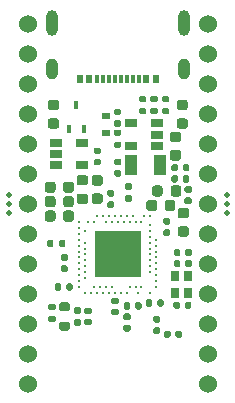
<source format=gbr>
%TF.GenerationSoftware,KiCad,Pcbnew,(5.1.9)-1*%
%TF.CreationDate,2021-05-18T22:21:05+08:00*%
%TF.ProjectId,mikoto,6d696b6f-746f-42e6-9b69-6361645f7063,rev?*%
%TF.SameCoordinates,Original*%
%TF.FileFunction,Soldermask,Top*%
%TF.FilePolarity,Negative*%
%FSLAX46Y46*%
G04 Gerber Fmt 4.6, Leading zero omitted, Abs format (unit mm)*
G04 Created by KiCad (PCBNEW (5.1.9)-1) date 2021-05-18 22:21:05*
%MOMM*%
%LPD*%
G01*
G04 APERTURE LIST*
%ADD10R,1.060000X0.650000*%
%ADD11R,0.450000X0.700000*%
%ADD12R,0.700000X0.600000*%
%ADD13C,1.524000*%
%ADD14C,0.500000*%
%ADD15R,1.000000X1.800000*%
%ADD16R,0.800000X0.900000*%
%ADD17R,0.300000X0.800000*%
%ADD18O,1.000000X2.200000*%
%ADD19O,1.000000X1.800000*%
%ADD20R,0.540000X0.800000*%
%ADD21R,4.000000X4.000000*%
%ADD22C,0.250000*%
G04 APERTURE END LIST*
D10*
%TO.C,U3*%
X-3000000Y5225000D03*
X-3000000Y3325000D03*
X-5200000Y3325000D03*
X-5200000Y4275000D03*
X-5200000Y5225000D03*
%TD*%
D11*
%TO.C,Q2*%
X-3525000Y8400000D03*
X-2875000Y6400000D03*
X-4175000Y6400000D03*
%TD*%
%TO.C,C16*%
G36*
G01*
X5800000Y-1200000D02*
X5300000Y-1200000D01*
G75*
G02*
X5075000Y-975000I0J225000D01*
G01*
X5075000Y-525000D01*
G75*
G02*
X5300000Y-300000I225000J0D01*
G01*
X5800000Y-300000D01*
G75*
G02*
X6025000Y-525000I0J-225000D01*
G01*
X6025000Y-975000D01*
G75*
G02*
X5800000Y-1200000I-225000J0D01*
G01*
G37*
G36*
G01*
X5800000Y-2750000D02*
X5300000Y-2750000D01*
G75*
G02*
X5075000Y-2525000I0J225000D01*
G01*
X5075000Y-2075000D01*
G75*
G02*
X5300000Y-1850000I225000J0D01*
G01*
X5800000Y-1850000D01*
G75*
G02*
X6025000Y-2075000I0J-225000D01*
G01*
X6025000Y-2525000D01*
G75*
G02*
X5800000Y-2750000I-225000J0D01*
G01*
G37*
%TD*%
%TO.C,L4*%
G36*
G01*
X-3256250Y900000D02*
X-2743750Y900000D01*
G75*
G02*
X-2525000Y681250I0J-218750D01*
G01*
X-2525000Y243750D01*
G75*
G02*
X-2743750Y25000I-218750J0D01*
G01*
X-3256250Y25000D01*
G75*
G02*
X-3475000Y243750I0J218750D01*
G01*
X-3475000Y681250D01*
G75*
G02*
X-3256250Y900000I218750J0D01*
G01*
G37*
G36*
G01*
X-3256250Y2475000D02*
X-2743750Y2475000D01*
G75*
G02*
X-2525000Y2256250I0J-218750D01*
G01*
X-2525000Y1818750D01*
G75*
G02*
X-2743750Y1600000I-218750J0D01*
G01*
X-3256250Y1600000D01*
G75*
G02*
X-3475000Y1818750I0J218750D01*
G01*
X-3475000Y2256250D01*
G75*
G02*
X-3256250Y2475000I218750J0D01*
G01*
G37*
%TD*%
%TO.C,C25*%
G36*
G01*
X-2000000Y925000D02*
X-1500000Y925000D01*
G75*
G02*
X-1275000Y700000I0J-225000D01*
G01*
X-1275000Y250000D01*
G75*
G02*
X-1500000Y25000I-225000J0D01*
G01*
X-2000000Y25000D01*
G75*
G02*
X-2225000Y250000I0J225000D01*
G01*
X-2225000Y700000D01*
G75*
G02*
X-2000000Y925000I225000J0D01*
G01*
G37*
G36*
G01*
X-2000000Y2475000D02*
X-1500000Y2475000D01*
G75*
G02*
X-1275000Y2250000I0J-225000D01*
G01*
X-1275000Y1800000D01*
G75*
G02*
X-1500000Y1575000I-225000J0D01*
G01*
X-2000000Y1575000D01*
G75*
G02*
X-2225000Y1800000I0J225000D01*
G01*
X-2225000Y2250000D01*
G75*
G02*
X-2000000Y2475000I225000J0D01*
G01*
G37*
%TD*%
%TO.C,C23*%
G36*
G01*
X-195000Y7120000D02*
X145000Y7120000D01*
G75*
G02*
X285000Y6980000I0J-140000D01*
G01*
X285000Y6700000D01*
G75*
G02*
X145000Y6560000I-140000J0D01*
G01*
X-195000Y6560000D01*
G75*
G02*
X-335000Y6700000I0J140000D01*
G01*
X-335000Y6980000D01*
G75*
G02*
X-195000Y7120000I140000J0D01*
G01*
G37*
G36*
G01*
X-195000Y8080000D02*
X145000Y8080000D01*
G75*
G02*
X285000Y7940000I0J-140000D01*
G01*
X285000Y7660000D01*
G75*
G02*
X145000Y7520000I-140000J0D01*
G01*
X-195000Y7520000D01*
G75*
G02*
X-335000Y7660000I0J140000D01*
G01*
X-335000Y7940000D01*
G75*
G02*
X-195000Y8080000I140000J0D01*
G01*
G37*
%TD*%
%TO.C,D1*%
G36*
G01*
X-5706250Y7270000D02*
X-5193750Y7270000D01*
G75*
G02*
X-4975000Y7051250I0J-218750D01*
G01*
X-4975000Y6613750D01*
G75*
G02*
X-5193750Y6395000I-218750J0D01*
G01*
X-5706250Y6395000D01*
G75*
G02*
X-5925000Y6613750I0J218750D01*
G01*
X-5925000Y7051250D01*
G75*
G02*
X-5706250Y7270000I218750J0D01*
G01*
G37*
G36*
G01*
X-5706250Y8845000D02*
X-5193750Y8845000D01*
G75*
G02*
X-4975000Y8626250I0J-218750D01*
G01*
X-4975000Y8188750D01*
G75*
G02*
X-5193750Y7970000I-218750J0D01*
G01*
X-5706250Y7970000D01*
G75*
G02*
X-5925000Y8188750I0J218750D01*
G01*
X-5925000Y8626250D01*
G75*
G02*
X-5706250Y8845000I218750J0D01*
G01*
G37*
%TD*%
%TO.C,D3*%
G36*
G01*
X5193750Y7270000D02*
X5706250Y7270000D01*
G75*
G02*
X5925000Y7051250I0J-218750D01*
G01*
X5925000Y6613750D01*
G75*
G02*
X5706250Y6395000I-218750J0D01*
G01*
X5193750Y6395000D01*
G75*
G02*
X4975000Y6613750I0J218750D01*
G01*
X4975000Y7051250D01*
G75*
G02*
X5193750Y7270000I218750J0D01*
G01*
G37*
G36*
G01*
X5193750Y8845000D02*
X5706250Y8845000D01*
G75*
G02*
X5925000Y8626250I0J-218750D01*
G01*
X5925000Y8188750D01*
G75*
G02*
X5706250Y7970000I-218750J0D01*
G01*
X5193750Y7970000D01*
G75*
G02*
X4975000Y8188750I0J218750D01*
G01*
X4975000Y8626250D01*
G75*
G02*
X5193750Y8845000I218750J0D01*
G01*
G37*
%TD*%
D12*
%TO.C,D2*%
X-1000000Y6075000D03*
X-1000000Y7475000D03*
%TD*%
D13*
%TO.C,U4*%
X-7620000Y12690000D03*
X-7620000Y10150000D03*
X-7620000Y7610000D03*
X-7620000Y5070000D03*
X-7620000Y2530000D03*
X-7620000Y-10000D03*
X-7620000Y-2550000D03*
X-7620000Y-5090000D03*
X-7620000Y-7630000D03*
X-7620000Y-10170000D03*
X-7620000Y-12710000D03*
X-7620000Y-15250000D03*
X7620000Y-15250000D03*
X7620000Y-12710000D03*
X7620000Y-10170000D03*
X7620000Y-7630000D03*
X7620000Y-5090000D03*
X7620000Y-2550000D03*
X7620000Y-10000D03*
X7620000Y2530000D03*
X7620000Y5070000D03*
X7620000Y7610000D03*
X7620000Y10150000D03*
X7620000Y12690000D03*
%TD*%
D14*
%TO.C,DUMMY3*%
X-9250000Y750000D03*
X-9250000Y-750000D03*
X-9250000Y0D03*
%TD*%
%TO.C,DUMMY4*%
X9250000Y-750000D03*
X9250000Y750000D03*
X9250000Y0D03*
%TD*%
%TO.C,C24*%
G36*
G01*
X-1555000Y3285000D02*
X-1895000Y3285000D01*
G75*
G02*
X-2035000Y3425000I0J140000D01*
G01*
X-2035000Y3705000D01*
G75*
G02*
X-1895000Y3845000I140000J0D01*
G01*
X-1555000Y3845000D01*
G75*
G02*
X-1415000Y3705000I0J-140000D01*
G01*
X-1415000Y3425000D01*
G75*
G02*
X-1555000Y3285000I-140000J0D01*
G01*
G37*
G36*
G01*
X-1555000Y4245000D02*
X-1895000Y4245000D01*
G75*
G02*
X-2035000Y4385000I0J140000D01*
G01*
X-2035000Y4665000D01*
G75*
G02*
X-1895000Y4805000I140000J0D01*
G01*
X-1555000Y4805000D01*
G75*
G02*
X-1415000Y4665000I0J-140000D01*
G01*
X-1415000Y4385000D01*
G75*
G02*
X-1555000Y4245000I-140000J0D01*
G01*
G37*
%TD*%
D10*
%TO.C,U2*%
X1125000Y4950000D03*
X1125000Y6850000D03*
X3325000Y6850000D03*
X3325000Y5900000D03*
X3325000Y4950000D03*
%TD*%
D15*
%TO.C,Y2*%
X3600000Y3300000D03*
X1100000Y3300000D03*
%TD*%
D13*
%TO.C,J2*%
X7620000Y15230000D03*
%TD*%
%TO.C,J3*%
X-7620000Y15230000D03*
%TD*%
%TO.C,R11*%
G36*
G01*
X-4225000Y-9075000D02*
X-4775000Y-9075000D01*
G75*
G02*
X-4975000Y-8875000I0J200000D01*
G01*
X-4975000Y-8475000D01*
G75*
G02*
X-4775000Y-8275000I200000J0D01*
G01*
X-4225000Y-8275000D01*
G75*
G02*
X-4025000Y-8475000I0J-200000D01*
G01*
X-4025000Y-8875000D01*
G75*
G02*
X-4225000Y-9075000I-200000J0D01*
G01*
G37*
G36*
G01*
X-4225000Y-10725000D02*
X-4775000Y-10725000D01*
G75*
G02*
X-4975000Y-10525000I0J200000D01*
G01*
X-4975000Y-10125000D01*
G75*
G02*
X-4775000Y-9925000I200000J0D01*
G01*
X-4225000Y-9925000D01*
G75*
G02*
X-4025000Y-10125000I0J-200000D01*
G01*
X-4025000Y-10525000D01*
G75*
G02*
X-4225000Y-10725000I-200000J0D01*
G01*
G37*
%TD*%
%TO.C,C22*%
G36*
G01*
X3470000Y-10020000D02*
X3130000Y-10020000D01*
G75*
G02*
X2990000Y-9880000I0J140000D01*
G01*
X2990000Y-9600000D01*
G75*
G02*
X3130000Y-9460000I140000J0D01*
G01*
X3470000Y-9460000D01*
G75*
G02*
X3610000Y-9600000I0J-140000D01*
G01*
X3610000Y-9880000D01*
G75*
G02*
X3470000Y-10020000I-140000J0D01*
G01*
G37*
G36*
G01*
X3470000Y-10980000D02*
X3130000Y-10980000D01*
G75*
G02*
X2990000Y-10840000I0J140000D01*
G01*
X2990000Y-10560000D01*
G75*
G02*
X3130000Y-10420000I140000J0D01*
G01*
X3470000Y-10420000D01*
G75*
G02*
X3610000Y-10560000I0J-140000D01*
G01*
X3610000Y-10840000D01*
G75*
G02*
X3470000Y-10980000I-140000J0D01*
G01*
G37*
%TD*%
%TO.C,R4*%
G36*
G01*
X-5760000Y-8405000D02*
X-5390000Y-8405000D01*
G75*
G02*
X-5255000Y-8540000I0J-135000D01*
G01*
X-5255000Y-8810000D01*
G75*
G02*
X-5390000Y-8945000I-135000J0D01*
G01*
X-5760000Y-8945000D01*
G75*
G02*
X-5895000Y-8810000I0J135000D01*
G01*
X-5895000Y-8540000D01*
G75*
G02*
X-5760000Y-8405000I135000J0D01*
G01*
G37*
G36*
G01*
X-5760000Y-9425000D02*
X-5390000Y-9425000D01*
G75*
G02*
X-5255000Y-9560000I0J-135000D01*
G01*
X-5255000Y-9830000D01*
G75*
G02*
X-5390000Y-9965000I-135000J0D01*
G01*
X-5760000Y-9965000D01*
G75*
G02*
X-5895000Y-9830000I0J135000D01*
G01*
X-5895000Y-9560000D01*
G75*
G02*
X-5760000Y-9425000I135000J0D01*
G01*
G37*
%TD*%
%TO.C,R3*%
G36*
G01*
X-3610000Y-9740000D02*
X-3240000Y-9740000D01*
G75*
G02*
X-3105000Y-9875000I0J-135000D01*
G01*
X-3105000Y-10145000D01*
G75*
G02*
X-3240000Y-10280000I-135000J0D01*
G01*
X-3610000Y-10280000D01*
G75*
G02*
X-3745000Y-10145000I0J135000D01*
G01*
X-3745000Y-9875000D01*
G75*
G02*
X-3610000Y-9740000I135000J0D01*
G01*
G37*
G36*
G01*
X-3610000Y-8720000D02*
X-3240000Y-8720000D01*
G75*
G02*
X-3105000Y-8855000I0J-135000D01*
G01*
X-3105000Y-9125000D01*
G75*
G02*
X-3240000Y-9260000I-135000J0D01*
G01*
X-3610000Y-9260000D01*
G75*
G02*
X-3745000Y-9125000I0J135000D01*
G01*
X-3745000Y-8855000D01*
G75*
G02*
X-3610000Y-8720000I135000J0D01*
G01*
G37*
%TD*%
%TO.C,R10*%
G36*
G01*
X1915000Y8150000D02*
X2285000Y8150000D01*
G75*
G02*
X2420000Y8015000I0J-135000D01*
G01*
X2420000Y7745000D01*
G75*
G02*
X2285000Y7610000I-135000J0D01*
G01*
X1915000Y7610000D01*
G75*
G02*
X1780000Y7745000I0J135000D01*
G01*
X1780000Y8015000D01*
G75*
G02*
X1915000Y8150000I135000J0D01*
G01*
G37*
G36*
G01*
X1915000Y9170000D02*
X2285000Y9170000D01*
G75*
G02*
X2420000Y9035000I0J-135000D01*
G01*
X2420000Y8765000D01*
G75*
G02*
X2285000Y8630000I-135000J0D01*
G01*
X1915000Y8630000D01*
G75*
G02*
X1780000Y8765000I0J135000D01*
G01*
X1780000Y9035000D01*
G75*
G02*
X1915000Y9170000I135000J0D01*
G01*
G37*
%TD*%
D16*
%TO.C,Y1*%
X5950000Y-7500000D03*
X5950000Y-6100000D03*
X4850000Y-6100000D03*
X4850000Y-7500000D03*
%TD*%
D17*
%TO.C,J1*%
X1758300Y10573200D03*
X-1249700Y10573200D03*
D18*
X-5575000Y15373200D03*
X5575600Y15373200D03*
D19*
X5575600Y11473200D03*
X-5575000Y11473200D03*
D20*
X-3199700Y10573200D03*
X3200300Y10573200D03*
X2400300Y10573200D03*
X-2399700Y10573200D03*
D17*
X-749700Y10573200D03*
X750300Y10573200D03*
X-249700Y10573200D03*
X250300Y10573200D03*
X1250300Y10573200D03*
X-1749700Y10573200D03*
%TD*%
D21*
%TO.C,U1*%
X0Y-4250000D03*
D22*
X2750000Y-7500000D03*
X2000000Y-7000000D03*
X3250000Y-3000000D03*
X2750000Y-1750000D03*
X-2750000Y-6250000D03*
X-3250000Y-7000000D03*
X-3250000Y-1500000D03*
X-2500000Y-1500000D03*
X-2000000Y-1500000D03*
X-1750000Y-1000000D03*
X-1250000Y-1000000D03*
X-750000Y-1000000D03*
X-250000Y-1000000D03*
X250000Y-1000000D03*
X750000Y-1000000D03*
X1250000Y-1000000D03*
X-1000000Y-1500000D03*
X-500000Y-1500000D03*
X0Y-1500000D03*
X500000Y-1500000D03*
X1000000Y-1500000D03*
X1500000Y-1500000D03*
X2250000Y-1000000D03*
X2000000Y-1500000D03*
X2750000Y-1000000D03*
X-3250000Y-2000000D03*
X-3250000Y-2500000D03*
X-3250000Y-3000000D03*
X-3250000Y-3500000D03*
X-3250000Y-4000000D03*
X-3250000Y-4500000D03*
X-3250000Y-5000000D03*
X-3250000Y-5500000D03*
X-3250000Y-6000000D03*
X-3250000Y-6500000D03*
X-2750000Y-5750000D03*
X-2750000Y-5250000D03*
X-2750000Y-4750000D03*
X-2750000Y-4250000D03*
X-2750000Y-3750000D03*
X-2750000Y-3250000D03*
X-2750000Y-2250000D03*
X2750000Y-2250000D03*
X2750000Y-2750000D03*
X2750000Y-3250000D03*
X2750000Y-3750000D03*
X2750000Y-4250000D03*
X2750000Y-4750000D03*
X2750000Y-5250000D03*
X2750000Y-5750000D03*
X3250000Y-3500000D03*
X3250000Y-4000000D03*
X3250000Y-4500000D03*
X3250000Y-5000000D03*
X3250000Y-5500000D03*
X3250000Y-6000000D03*
X3250000Y-6500000D03*
X3250000Y-7000000D03*
X1500000Y-7000000D03*
X1000000Y-7000000D03*
X-500000Y-7000000D03*
X-1000000Y-7000000D03*
X-1500000Y-7000000D03*
X-2000000Y-7000000D03*
X1750000Y-7500000D03*
X750000Y-7500000D03*
X250000Y-7500000D03*
X-250000Y-7500000D03*
X-750000Y-7500000D03*
X-1250000Y-7500000D03*
X-1750000Y-7500000D03*
X-2250000Y-7500000D03*
X-2750000Y-7500000D03*
%TD*%
%TO.C,R9*%
G36*
G01*
X2890000Y8150000D02*
X3260000Y8150000D01*
G75*
G02*
X3395000Y8015000I0J-135000D01*
G01*
X3395000Y7745000D01*
G75*
G02*
X3260000Y7610000I-135000J0D01*
G01*
X2890000Y7610000D01*
G75*
G02*
X2755000Y7745000I0J135000D01*
G01*
X2755000Y8015000D01*
G75*
G02*
X2890000Y8150000I135000J0D01*
G01*
G37*
G36*
G01*
X2890000Y9170000D02*
X3260000Y9170000D01*
G75*
G02*
X3395000Y9035000I0J-135000D01*
G01*
X3395000Y8765000D01*
G75*
G02*
X3260000Y8630000I-135000J0D01*
G01*
X2890000Y8630000D01*
G75*
G02*
X2755000Y8765000I0J135000D01*
G01*
X2755000Y9035000D01*
G75*
G02*
X2890000Y9170000I135000J0D01*
G01*
G37*
%TD*%
%TO.C,R8*%
G36*
G01*
X-210000Y5300000D02*
X160000Y5300000D01*
G75*
G02*
X295000Y5165000I0J-135000D01*
G01*
X295000Y4895000D01*
G75*
G02*
X160000Y4760000I-135000J0D01*
G01*
X-210000Y4760000D01*
G75*
G02*
X-345000Y4895000I0J135000D01*
G01*
X-345000Y5165000D01*
G75*
G02*
X-210000Y5300000I135000J0D01*
G01*
G37*
G36*
G01*
X-210000Y6320000D02*
X160000Y6320000D01*
G75*
G02*
X295000Y6185000I0J-135000D01*
G01*
X295000Y5915000D01*
G75*
G02*
X160000Y5780000I-135000J0D01*
G01*
X-210000Y5780000D01*
G75*
G02*
X-345000Y5915000I0J135000D01*
G01*
X-345000Y6185000D01*
G75*
G02*
X-210000Y6320000I135000J0D01*
G01*
G37*
%TD*%
%TO.C,R7*%
G36*
G01*
X1085000Y1225000D02*
X715000Y1225000D01*
G75*
G02*
X580000Y1360000I0J135000D01*
G01*
X580000Y1630000D01*
G75*
G02*
X715000Y1765000I135000J0D01*
G01*
X1085000Y1765000D01*
G75*
G02*
X1220000Y1630000I0J-135000D01*
G01*
X1220000Y1360000D01*
G75*
G02*
X1085000Y1225000I-135000J0D01*
G01*
G37*
G36*
G01*
X1085000Y205000D02*
X715000Y205000D01*
G75*
G02*
X580000Y340000I0J135000D01*
G01*
X580000Y610000D01*
G75*
G02*
X715000Y745000I135000J0D01*
G01*
X1085000Y745000D01*
G75*
G02*
X1220000Y610000I0J-135000D01*
G01*
X1220000Y340000D01*
G75*
G02*
X1085000Y205000I-135000J0D01*
G01*
G37*
%TD*%
%TO.C,R6*%
G36*
G01*
X3865000Y8150000D02*
X4235000Y8150000D01*
G75*
G02*
X4370000Y8015000I0J-135000D01*
G01*
X4370000Y7745000D01*
G75*
G02*
X4235000Y7610000I-135000J0D01*
G01*
X3865000Y7610000D01*
G75*
G02*
X3730000Y7745000I0J135000D01*
G01*
X3730000Y8015000D01*
G75*
G02*
X3865000Y8150000I135000J0D01*
G01*
G37*
G36*
G01*
X3865000Y9170000D02*
X4235000Y9170000D01*
G75*
G02*
X4370000Y9035000I0J-135000D01*
G01*
X4370000Y8765000D01*
G75*
G02*
X4235000Y8630000I-135000J0D01*
G01*
X3865000Y8630000D01*
G75*
G02*
X3730000Y8765000I0J135000D01*
G01*
X3730000Y9035000D01*
G75*
G02*
X3865000Y9170000I135000J0D01*
G01*
G37*
%TD*%
%TO.C,R5*%
G36*
G01*
X-5990000Y-3510000D02*
X-5990000Y-3140000D01*
G75*
G02*
X-5855000Y-3005000I135000J0D01*
G01*
X-5585000Y-3005000D01*
G75*
G02*
X-5450000Y-3140000I0J-135000D01*
G01*
X-5450000Y-3510000D01*
G75*
G02*
X-5585000Y-3645000I-135000J0D01*
G01*
X-5855000Y-3645000D01*
G75*
G02*
X-5990000Y-3510000I0J135000D01*
G01*
G37*
G36*
G01*
X-4970000Y-3510000D02*
X-4970000Y-3140000D01*
G75*
G02*
X-4835000Y-3005000I135000J0D01*
G01*
X-4565000Y-3005000D01*
G75*
G02*
X-4430000Y-3140000I0J-135000D01*
G01*
X-4430000Y-3510000D01*
G75*
G02*
X-4565000Y-3645000I-135000J0D01*
G01*
X-4835000Y-3645000D01*
G75*
G02*
X-4970000Y-3510000I0J135000D01*
G01*
G37*
%TD*%
%TO.C,L3*%
G36*
G01*
X3787500Y1381250D02*
X3787500Y868750D01*
G75*
G02*
X3568750Y650000I-218750J0D01*
G01*
X3131250Y650000D01*
G75*
G02*
X2912500Y868750I0J218750D01*
G01*
X2912500Y1381250D01*
G75*
G02*
X3131250Y1600000I218750J0D01*
G01*
X3568750Y1600000D01*
G75*
G02*
X3787500Y1381250I0J-218750D01*
G01*
G37*
G36*
G01*
X5362500Y1381250D02*
X5362500Y868750D01*
G75*
G02*
X5143750Y650000I-218750J0D01*
G01*
X4706250Y650000D01*
G75*
G02*
X4487500Y868750I0J218750D01*
G01*
X4487500Y1381250D01*
G75*
G02*
X4706250Y1600000I218750J0D01*
G01*
X5143750Y1600000D01*
G75*
G02*
X5362500Y1381250I0J-218750D01*
G01*
G37*
%TD*%
%TO.C,L2*%
G36*
G01*
X6122500Y955000D02*
X5777500Y955000D01*
G75*
G02*
X5630000Y1102500I0J147500D01*
G01*
X5630000Y1397500D01*
G75*
G02*
X5777500Y1545000I147500J0D01*
G01*
X6122500Y1545000D01*
G75*
G02*
X6270000Y1397500I0J-147500D01*
G01*
X6270000Y1102500D01*
G75*
G02*
X6122500Y955000I-147500J0D01*
G01*
G37*
G36*
G01*
X6122500Y-15000D02*
X5777500Y-15000D01*
G75*
G02*
X5630000Y132500I0J147500D01*
G01*
X5630000Y427500D01*
G75*
G02*
X5777500Y575000I147500J0D01*
G01*
X6122500Y575000D01*
G75*
G02*
X6270000Y427500I0J-147500D01*
G01*
X6270000Y132500D01*
G75*
G02*
X6122500Y-15000I-147500J0D01*
G01*
G37*
%TD*%
%TO.C,L1*%
G36*
G01*
X942500Y-9810000D02*
X597500Y-9810000D01*
G75*
G02*
X450000Y-9662500I0J147500D01*
G01*
X450000Y-9367500D01*
G75*
G02*
X597500Y-9220000I147500J0D01*
G01*
X942500Y-9220000D01*
G75*
G02*
X1090000Y-9367500I0J-147500D01*
G01*
X1090000Y-9662500D01*
G75*
G02*
X942500Y-9810000I-147500J0D01*
G01*
G37*
G36*
G01*
X942500Y-10780000D02*
X597500Y-10780000D01*
G75*
G02*
X450000Y-10632500I0J147500D01*
G01*
X450000Y-10337500D01*
G75*
G02*
X597500Y-10190000I147500J0D01*
G01*
X942500Y-10190000D01*
G75*
G02*
X1090000Y-10337500I0J-147500D01*
G01*
X1090000Y-10632500D01*
G75*
G02*
X942500Y-10780000I-147500J0D01*
G01*
G37*
%TD*%
%TO.C,C21*%
G36*
G01*
X5125000Y5250000D02*
X4625000Y5250000D01*
G75*
G02*
X4400000Y5475000I0J225000D01*
G01*
X4400000Y5925000D01*
G75*
G02*
X4625000Y6150000I225000J0D01*
G01*
X5125000Y6150000D01*
G75*
G02*
X5350000Y5925000I0J-225000D01*
G01*
X5350000Y5475000D01*
G75*
G02*
X5125000Y5250000I-225000J0D01*
G01*
G37*
G36*
G01*
X5125000Y3700000D02*
X4625000Y3700000D01*
G75*
G02*
X4400000Y3925000I0J225000D01*
G01*
X4400000Y4375000D01*
G75*
G02*
X4625000Y4600000I225000J0D01*
G01*
X5125000Y4600000D01*
G75*
G02*
X5350000Y4375000I0J-225000D01*
G01*
X5350000Y3925000D01*
G75*
G02*
X5125000Y3700000I-225000J0D01*
G01*
G37*
%TD*%
%TO.C,C20*%
G36*
G01*
X-4625000Y1200000D02*
X-4625000Y1700000D01*
G75*
G02*
X-4400000Y1925000I225000J0D01*
G01*
X-3950000Y1925000D01*
G75*
G02*
X-3725000Y1700000I0J-225000D01*
G01*
X-3725000Y1200000D01*
G75*
G02*
X-3950000Y975000I-225000J0D01*
G01*
X-4400000Y975000D01*
G75*
G02*
X-4625000Y1200000I0J225000D01*
G01*
G37*
G36*
G01*
X-6175000Y1200000D02*
X-6175000Y1700000D01*
G75*
G02*
X-5950000Y1925000I225000J0D01*
G01*
X-5500000Y1925000D01*
G75*
G02*
X-5275000Y1700000I0J-225000D01*
G01*
X-5275000Y1200000D01*
G75*
G02*
X-5500000Y975000I-225000J0D01*
G01*
X-5950000Y975000D01*
G75*
G02*
X-6175000Y1200000I0J225000D01*
G01*
G37*
%TD*%
%TO.C,C19*%
G36*
G01*
X-2355000Y-10260000D02*
X-2695000Y-10260000D01*
G75*
G02*
X-2835000Y-10120000I0J140000D01*
G01*
X-2835000Y-9840000D01*
G75*
G02*
X-2695000Y-9700000I140000J0D01*
G01*
X-2355000Y-9700000D01*
G75*
G02*
X-2215000Y-9840000I0J-140000D01*
G01*
X-2215000Y-10120000D01*
G75*
G02*
X-2355000Y-10260000I-140000J0D01*
G01*
G37*
G36*
G01*
X-2355000Y-9300000D02*
X-2695000Y-9300000D01*
G75*
G02*
X-2835000Y-9160000I0J140000D01*
G01*
X-2835000Y-8880000D01*
G75*
G02*
X-2695000Y-8740000I140000J0D01*
G01*
X-2355000Y-8740000D01*
G75*
G02*
X-2215000Y-8880000I0J-140000D01*
G01*
X-2215000Y-9160000D01*
G75*
G02*
X-2355000Y-9300000I-140000J0D01*
G01*
G37*
%TD*%
%TO.C,C18*%
G36*
G01*
X-170000Y3865000D02*
X170000Y3865000D01*
G75*
G02*
X310000Y3725000I0J-140000D01*
G01*
X310000Y3445000D01*
G75*
G02*
X170000Y3305000I-140000J0D01*
G01*
X-170000Y3305000D01*
G75*
G02*
X-310000Y3445000I0J140000D01*
G01*
X-310000Y3725000D01*
G75*
G02*
X-170000Y3865000I140000J0D01*
G01*
G37*
G36*
G01*
X-170000Y2905000D02*
X170000Y2905000D01*
G75*
G02*
X310000Y2765000I0J-140000D01*
G01*
X310000Y2485000D01*
G75*
G02*
X170000Y2345000I-140000J0D01*
G01*
X-170000Y2345000D01*
G75*
G02*
X-310000Y2485000I0J140000D01*
G01*
X-310000Y2765000D01*
G75*
G02*
X-170000Y2905000I140000J0D01*
G01*
G37*
%TD*%
%TO.C,C17*%
G36*
G01*
X5100000Y3270000D02*
X5100000Y2930000D01*
G75*
G02*
X4960000Y2790000I-140000J0D01*
G01*
X4680000Y2790000D01*
G75*
G02*
X4540000Y2930000I0J140000D01*
G01*
X4540000Y3270000D01*
G75*
G02*
X4680000Y3410000I140000J0D01*
G01*
X4960000Y3410000D01*
G75*
G02*
X5100000Y3270000I0J-140000D01*
G01*
G37*
G36*
G01*
X6060000Y3270000D02*
X6060000Y2930000D01*
G75*
G02*
X5920000Y2790000I-140000J0D01*
G01*
X5640000Y2790000D01*
G75*
G02*
X5500000Y2930000I0J140000D01*
G01*
X5500000Y3270000D01*
G75*
G02*
X5640000Y3410000I140000J0D01*
G01*
X5920000Y3410000D01*
G75*
G02*
X6060000Y3270000I0J-140000D01*
G01*
G37*
%TD*%
%TO.C,C15*%
G36*
G01*
X4320000Y-1730000D02*
X3980000Y-1730000D01*
G75*
G02*
X3840000Y-1590000I0J140000D01*
G01*
X3840000Y-1310000D01*
G75*
G02*
X3980000Y-1170000I140000J0D01*
G01*
X4320000Y-1170000D01*
G75*
G02*
X4460000Y-1310000I0J-140000D01*
G01*
X4460000Y-1590000D01*
G75*
G02*
X4320000Y-1730000I-140000J0D01*
G01*
G37*
G36*
G01*
X4320000Y-2690000D02*
X3980000Y-2690000D01*
G75*
G02*
X3840000Y-2550000I0J140000D01*
G01*
X3840000Y-2270000D01*
G75*
G02*
X3980000Y-2130000I140000J0D01*
G01*
X4320000Y-2130000D01*
G75*
G02*
X4460000Y-2270000I0J-140000D01*
G01*
X4460000Y-2550000D01*
G75*
G02*
X4320000Y-2690000I-140000J0D01*
G01*
G37*
%TD*%
%TO.C,C14*%
G36*
G01*
X-6175000Y-1250000D02*
X-6175000Y-750000D01*
G75*
G02*
X-5950000Y-525000I225000J0D01*
G01*
X-5500000Y-525000D01*
G75*
G02*
X-5275000Y-750000I0J-225000D01*
G01*
X-5275000Y-1250000D01*
G75*
G02*
X-5500000Y-1475000I-225000J0D01*
G01*
X-5950000Y-1475000D01*
G75*
G02*
X-6175000Y-1250000I0J225000D01*
G01*
G37*
G36*
G01*
X-4625000Y-1250000D02*
X-4625000Y-750000D01*
G75*
G02*
X-4400000Y-525000I225000J0D01*
G01*
X-3950000Y-525000D01*
G75*
G02*
X-3725000Y-750000I0J-225000D01*
G01*
X-3725000Y-1250000D01*
G75*
G02*
X-3950000Y-1475000I-225000J0D01*
G01*
X-4400000Y-1475000D01*
G75*
G02*
X-4625000Y-1250000I0J225000D01*
G01*
G37*
%TD*%
%TO.C,C13*%
G36*
G01*
X-3725000Y475000D02*
X-3725000Y-25000D01*
G75*
G02*
X-3950000Y-250000I-225000J0D01*
G01*
X-4400000Y-250000D01*
G75*
G02*
X-4625000Y-25000I0J225000D01*
G01*
X-4625000Y475000D01*
G75*
G02*
X-4400000Y700000I225000J0D01*
G01*
X-3950000Y700000D01*
G75*
G02*
X-3725000Y475000I0J-225000D01*
G01*
G37*
G36*
G01*
X-5275000Y475000D02*
X-5275000Y-25000D01*
G75*
G02*
X-5500000Y-250000I-225000J0D01*
G01*
X-5950000Y-250000D01*
G75*
G02*
X-6175000Y-25000I0J225000D01*
G01*
X-6175000Y475000D01*
G75*
G02*
X-5950000Y700000I225000J0D01*
G01*
X-5500000Y700000D01*
G75*
G02*
X-5275000Y475000I0J-225000D01*
G01*
G37*
%TD*%
%TO.C,C12*%
G36*
G01*
X-420000Y-8855000D02*
X-80000Y-8855000D01*
G75*
G02*
X60000Y-8995000I0J-140000D01*
G01*
X60000Y-9275000D01*
G75*
G02*
X-80000Y-9415000I-140000J0D01*
G01*
X-420000Y-9415000D01*
G75*
G02*
X-560000Y-9275000I0J140000D01*
G01*
X-560000Y-8995000D01*
G75*
G02*
X-420000Y-8855000I140000J0D01*
G01*
G37*
G36*
G01*
X-420000Y-7895000D02*
X-80000Y-7895000D01*
G75*
G02*
X60000Y-8035000I0J-140000D01*
G01*
X60000Y-8315000D01*
G75*
G02*
X-80000Y-8455000I-140000J0D01*
G01*
X-420000Y-8455000D01*
G75*
G02*
X-560000Y-8315000I0J140000D01*
G01*
X-560000Y-8035000D01*
G75*
G02*
X-420000Y-7895000I140000J0D01*
G01*
G37*
%TD*%
%TO.C,C11*%
G36*
G01*
X3330000Y-8520000D02*
X3330000Y-8180000D01*
G75*
G02*
X3470000Y-8040000I140000J0D01*
G01*
X3750000Y-8040000D01*
G75*
G02*
X3890000Y-8180000I0J-140000D01*
G01*
X3890000Y-8520000D01*
G75*
G02*
X3750000Y-8660000I-140000J0D01*
G01*
X3470000Y-8660000D01*
G75*
G02*
X3330000Y-8520000I0J140000D01*
G01*
G37*
G36*
G01*
X2370000Y-8520000D02*
X2370000Y-8180000D01*
G75*
G02*
X2510000Y-8040000I140000J0D01*
G01*
X2790000Y-8040000D01*
G75*
G02*
X2930000Y-8180000I0J-140000D01*
G01*
X2930000Y-8520000D01*
G75*
G02*
X2790000Y-8660000I-140000J0D01*
G01*
X2510000Y-8660000D01*
G75*
G02*
X2370000Y-8520000I0J140000D01*
G01*
G37*
%TD*%
%TO.C,C10*%
G36*
G01*
X5500000Y1980000D02*
X5500000Y2320000D01*
G75*
G02*
X5640000Y2460000I140000J0D01*
G01*
X5920000Y2460000D01*
G75*
G02*
X6060000Y2320000I0J-140000D01*
G01*
X6060000Y1980000D01*
G75*
G02*
X5920000Y1840000I-140000J0D01*
G01*
X5640000Y1840000D01*
G75*
G02*
X5500000Y1980000I0J140000D01*
G01*
G37*
G36*
G01*
X4540000Y1980000D02*
X4540000Y2320000D01*
G75*
G02*
X4680000Y2460000I140000J0D01*
G01*
X4960000Y2460000D01*
G75*
G02*
X5100000Y2320000I0J-140000D01*
G01*
X5100000Y1980000D01*
G75*
G02*
X4960000Y1840000I-140000J0D01*
G01*
X4680000Y1840000D01*
G75*
G02*
X4540000Y1980000I0J140000D01*
G01*
G37*
%TD*%
%TO.C,C9*%
G36*
G01*
X1050000Y-8430000D02*
X1050000Y-8770000D01*
G75*
G02*
X910000Y-8910000I-140000J0D01*
G01*
X630000Y-8910000D01*
G75*
G02*
X490000Y-8770000I0J140000D01*
G01*
X490000Y-8430000D01*
G75*
G02*
X630000Y-8290000I140000J0D01*
G01*
X910000Y-8290000D01*
G75*
G02*
X1050000Y-8430000I0J-140000D01*
G01*
G37*
G36*
G01*
X2010000Y-8430000D02*
X2010000Y-8770000D01*
G75*
G02*
X1870000Y-8910000I-140000J0D01*
G01*
X1590000Y-8910000D01*
G75*
G02*
X1450000Y-8770000I0J140000D01*
G01*
X1450000Y-8430000D01*
G75*
G02*
X1590000Y-8290000I140000J0D01*
G01*
X1870000Y-8290000D01*
G75*
G02*
X2010000Y-8430000I0J-140000D01*
G01*
G37*
%TD*%
%TO.C,C8*%
G36*
G01*
X-430000Y-315000D02*
X-770000Y-315000D01*
G75*
G02*
X-910000Y-175000I0J140000D01*
G01*
X-910000Y105000D01*
G75*
G02*
X-770000Y245000I140000J0D01*
G01*
X-430000Y245000D01*
G75*
G02*
X-290000Y105000I0J-140000D01*
G01*
X-290000Y-175000D01*
G75*
G02*
X-430000Y-315000I-140000J0D01*
G01*
G37*
G36*
G01*
X-430000Y645000D02*
X-770000Y645000D01*
G75*
G02*
X-910000Y785000I0J140000D01*
G01*
X-910000Y1065000D01*
G75*
G02*
X-770000Y1205000I140000J0D01*
G01*
X-430000Y1205000D01*
G75*
G02*
X-290000Y1065000I0J-140000D01*
G01*
X-290000Y785000D01*
G75*
G02*
X-430000Y645000I-140000J0D01*
G01*
G37*
%TD*%
%TO.C,C7*%
G36*
G01*
X4740000Y-5195000D02*
X4740000Y-4855000D01*
G75*
G02*
X4880000Y-4715000I140000J0D01*
G01*
X5160000Y-4715000D01*
G75*
G02*
X5300000Y-4855000I0J-140000D01*
G01*
X5300000Y-5195000D01*
G75*
G02*
X5160000Y-5335000I-140000J0D01*
G01*
X4880000Y-5335000D01*
G75*
G02*
X4740000Y-5195000I0J140000D01*
G01*
G37*
G36*
G01*
X5700000Y-5195000D02*
X5700000Y-4855000D01*
G75*
G02*
X5840000Y-4715000I140000J0D01*
G01*
X6120000Y-4715000D01*
G75*
G02*
X6260000Y-4855000I0J-140000D01*
G01*
X6260000Y-5195000D01*
G75*
G02*
X6120000Y-5335000I-140000J0D01*
G01*
X5840000Y-5335000D01*
G75*
G02*
X5700000Y-5195000I0J140000D01*
G01*
G37*
%TD*%
%TO.C,C6*%
G36*
G01*
X6230000Y-8380000D02*
X6230000Y-8720000D01*
G75*
G02*
X6090000Y-8860000I-140000J0D01*
G01*
X5810000Y-8860000D01*
G75*
G02*
X5670000Y-8720000I0J140000D01*
G01*
X5670000Y-8380000D01*
G75*
G02*
X5810000Y-8240000I140000J0D01*
G01*
X6090000Y-8240000D01*
G75*
G02*
X6230000Y-8380000I0J-140000D01*
G01*
G37*
G36*
G01*
X5270000Y-8380000D02*
X5270000Y-8720000D01*
G75*
G02*
X5130000Y-8860000I-140000J0D01*
G01*
X4850000Y-8860000D01*
G75*
G02*
X4710000Y-8720000I0J140000D01*
G01*
X4710000Y-8380000D01*
G75*
G02*
X4850000Y-8240000I140000J0D01*
G01*
X5130000Y-8240000D01*
G75*
G02*
X5270000Y-8380000I0J-140000D01*
G01*
G37*
%TD*%
%TO.C,C5*%
G36*
G01*
X4870000Y-11170000D02*
X4870000Y-10830000D01*
G75*
G02*
X5010000Y-10690000I140000J0D01*
G01*
X5290000Y-10690000D01*
G75*
G02*
X5430000Y-10830000I0J-140000D01*
G01*
X5430000Y-11170000D01*
G75*
G02*
X5290000Y-11310000I-140000J0D01*
G01*
X5010000Y-11310000D01*
G75*
G02*
X4870000Y-11170000I0J140000D01*
G01*
G37*
G36*
G01*
X3910000Y-11170000D02*
X3910000Y-10830000D01*
G75*
G02*
X4050000Y-10690000I140000J0D01*
G01*
X4330000Y-10690000D01*
G75*
G02*
X4470000Y-10830000I0J-140000D01*
G01*
X4470000Y-11170000D01*
G75*
G02*
X4330000Y-11310000I-140000J0D01*
G01*
X4050000Y-11310000D01*
G75*
G02*
X3910000Y-11170000I0J140000D01*
G01*
G37*
%TD*%
%TO.C,C4*%
G36*
G01*
X-4695000Y-4220000D02*
X-4355000Y-4220000D01*
G75*
G02*
X-4215000Y-4360000I0J-140000D01*
G01*
X-4215000Y-4640000D01*
G75*
G02*
X-4355000Y-4780000I-140000J0D01*
G01*
X-4695000Y-4780000D01*
G75*
G02*
X-4835000Y-4640000I0J140000D01*
G01*
X-4835000Y-4360000D01*
G75*
G02*
X-4695000Y-4220000I140000J0D01*
G01*
G37*
G36*
G01*
X-4695000Y-5180000D02*
X-4355000Y-5180000D01*
G75*
G02*
X-4215000Y-5320000I0J-140000D01*
G01*
X-4215000Y-5600000D01*
G75*
G02*
X-4355000Y-5740000I-140000J0D01*
G01*
X-4695000Y-5740000D01*
G75*
G02*
X-4835000Y-5600000I0J140000D01*
G01*
X-4835000Y-5320000D01*
G75*
G02*
X-4695000Y-5180000I140000J0D01*
G01*
G37*
%TD*%
%TO.C,C3*%
G36*
G01*
X5300000Y-3930000D02*
X5300000Y-4270000D01*
G75*
G02*
X5160000Y-4410000I-140000J0D01*
G01*
X4880000Y-4410000D01*
G75*
G02*
X4740000Y-4270000I0J140000D01*
G01*
X4740000Y-3930000D01*
G75*
G02*
X4880000Y-3790000I140000J0D01*
G01*
X5160000Y-3790000D01*
G75*
G02*
X5300000Y-3930000I0J-140000D01*
G01*
G37*
G36*
G01*
X6260000Y-3930000D02*
X6260000Y-4270000D01*
G75*
G02*
X6120000Y-4410000I-140000J0D01*
G01*
X5840000Y-4410000D01*
G75*
G02*
X5700000Y-4270000I0J140000D01*
G01*
X5700000Y-3930000D01*
G75*
G02*
X5840000Y-3790000I140000J0D01*
G01*
X6120000Y-3790000D01*
G75*
G02*
X6260000Y-3930000I0J-140000D01*
G01*
G37*
%TD*%
%TO.C,C2*%
G36*
G01*
X-4380000Y-7170000D02*
X-4380000Y-6830000D01*
G75*
G02*
X-4240000Y-6690000I140000J0D01*
G01*
X-3960000Y-6690000D01*
G75*
G02*
X-3820000Y-6830000I0J-140000D01*
G01*
X-3820000Y-7170000D01*
G75*
G02*
X-3960000Y-7310000I-140000J0D01*
G01*
X-4240000Y-7310000D01*
G75*
G02*
X-4380000Y-7170000I0J140000D01*
G01*
G37*
G36*
G01*
X-5340000Y-7170000D02*
X-5340000Y-6830000D01*
G75*
G02*
X-5200000Y-6690000I140000J0D01*
G01*
X-4920000Y-6690000D01*
G75*
G02*
X-4780000Y-6830000I0J-140000D01*
G01*
X-4780000Y-7170000D01*
G75*
G02*
X-4920000Y-7310000I-140000J0D01*
G01*
X-5200000Y-7310000D01*
G75*
G02*
X-5340000Y-7170000I0J140000D01*
G01*
G37*
%TD*%
%TO.C,C1*%
G36*
G01*
X3325000Y150000D02*
X3325000Y-350000D01*
G75*
G02*
X3100000Y-575000I-225000J0D01*
G01*
X2650000Y-575000D01*
G75*
G02*
X2425000Y-350000I0J225000D01*
G01*
X2425000Y150000D01*
G75*
G02*
X2650000Y375000I225000J0D01*
G01*
X3100000Y375000D01*
G75*
G02*
X3325000Y150000I0J-225000D01*
G01*
G37*
G36*
G01*
X4875000Y150000D02*
X4875000Y-350000D01*
G75*
G02*
X4650000Y-575000I-225000J0D01*
G01*
X4200000Y-575000D01*
G75*
G02*
X3975000Y-350000I0J225000D01*
G01*
X3975000Y150000D01*
G75*
G02*
X4200000Y375000I225000J0D01*
G01*
X4650000Y375000D01*
G75*
G02*
X4875000Y150000I0J-225000D01*
G01*
G37*
%TD*%
M02*

</source>
